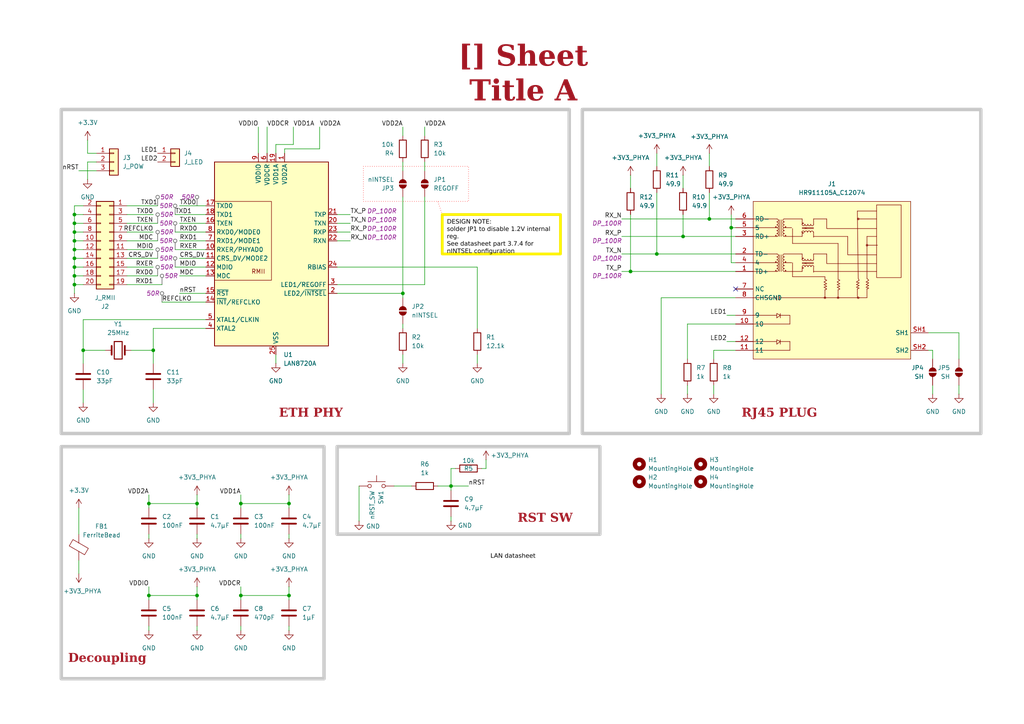
<source format=kicad_sch>
(kicad_sch (version 20231120) (generator "eeschema") (generator_version "8.0")
  (paper "A4")
  (title_block (title "Sheet Title A") (date "2025-01-12") (rev "${REVISION}") (company "${COMPANY}"))
  (lib_symbols
    (symbol "0_connector:HR911105A_C12074"
      (property "Reference" "J" (at 0 22.86 0))
      (property "Value" "HR911105A_C12074" (at 0 -25.4 0))
      (symbol "HR911105A_C12074_0_1"
        (pin unspecified line (at -27.94 2.54 0) (length 5.08) (name "TD+") (number "1"))
        (pin unspecified line (at -27.94 -12.7 0) (length 5.08) (name "10") (number "10"))
        (pin unspecified line (at -27.94 -20.32 0) (length 5.08) (name "11") (number "11"))
        (pin unspecified line (at -27.94 -17.78 0) (length 5.08) (name "12") (number "12"))
        (pin unspecified line (at -27.94 7.62 0) (length 5.08) (name "TD-") (number "2"))
        (pin unspecified line (at -27.94 12.7 0) (length 5.08) (name "RD+") (number "3"))
        (pin unspecified line (at -27.94 5.08 0) (length 5.08) (name "4") (number "4"))
        (pin unspecified line (at -27.94 15.24 0) (length 5.08) (name "5") (number "5"))
        (pin unspecified line (at -27.94 17.78 0) (length 5.08) (name "RD-") (number "6"))
        (pin unspecified line (at -27.94 -2.54 0) (length 5.08) (name "NC") (number "7"))
        (pin unspecified line (at -27.94 -5.08 0) (length 5.08) (name "CHSGND") (number "8"))
        (pin unspecified line (at -27.94 -10.16 0) (length 5.08) (name "9") (number "9"))
        (pin unspecified line (at 27.94 -15.24 180) (length 5.08) (name "SH1") (number "SH1"))
        (pin unspecified line (at 27.94 -20.32 180) (length 5.08) (name "SH2") (number "SH2"))
      )
    )
    (symbol "Connector_Generic:Conn_01x02" (pin_names (offset 1.016) hide)
      (property "Reference" "J" (at 0 2.54 0))
      (property "Value" "Conn_01x02" (at 0 -5.08 0))
      (symbol "Conn_01x02_1_1"
        (pin passive line (at -5.08 0 0) (length 3.81) (name "Pin_1") (number "1"))
        (pin passive line (at -5.08 -2.54 0) (length 3.81) (name "Pin_2") (number "2"))
      )
    )
    (symbol "Connector_Generic:Conn_01x03" (pin_names (offset 1.016) hide)
      (property "Reference" "J" (at 0 5.08 0))
      (property "Value" "Conn_01x03" (at 0 -5.08 0))
      (symbol "Conn_01x03_1_1"
        (pin passive line (at -5.08 2.54 0) (length 3.81) (name "Pin_1") (number "1"))
        (pin passive line (at -5.08 0 0) (length 3.81) (name "Pin_2") (number "2"))
        (pin passive line (at -5.08 -2.54 0) (length 3.81) (name "Pin_3") (number "3"))
      )
    )
    (symbol "Connector_Generic:Conn_02x10_Odd_Even" (pin_names (offset 1.016) hide)
      (property "Reference" "J" (at 1.27 12.7 0))
      (property "Value" "Conn_02x10_Odd_Even" (at 1.27 -15.24 0))
      (symbol "Conn_02x10_Odd_Even_1_1"
        (pin passive line (at -5.08 10.16 0) (length 3.81) (name "Pin_1") (number "1"))
        (pin passive line (at 7.62 0 180) (length 3.81) (name "Pin_10") (number "10"))
        (pin passive line (at -5.08 -2.54 0) (length 3.81) (name "Pin_11") (number "11"))
        (pin passive line (at 7.62 -2.54 180) (length 3.81) (name "Pin_12") (number "12"))
        (pin passive line (at -5.08 -5.08 0) (length 3.81) (name "Pin_13") (number "13"))
        (pin passive line (at 7.62 -5.08 180) (length 3.81) (name "Pin_14") (number "14"))
        (pin passive line (at -5.08 -7.62 0) (length 3.81) (name "Pin_15") (number "15"))
        (pin passive line (at 7.62 -7.62 180) (length 3.81) (name "Pin_16") (number "16"))
        (pin passive line (at -5.08 -10.16 0) (length 3.81) (name "Pin_17") (number "17"))
        (pin passive line (at 7.62 -10.16 180) (length 3.81) (name "Pin_18") (number "18"))
        (pin passive line (at -5.08 -12.7 0) (length 3.81) (name "Pin_19") (number "19"))
        (pin passive line (at 7.62 10.16 180) (length 3.81) (name "Pin_2") (number "2"))
        (pin passive line (at 7.62 -12.7 180) (length 3.81) (name "Pin_20") (number "20"))
        (pin passive line (at -5.08 7.62 0) (length 3.81) (name "Pin_3") (number "3"))
        (pin passive line (at 7.62 7.62 180) (length 3.81) (name "Pin_4") (number "4"))
        (pin passive line (at -5.08 5.08 0) (length 3.81) (name "Pin_5") (number "5"))
        (pin passive line (at 7.62 5.08 180) (length 3.81) (name "Pin_6") (number "6"))
        (pin passive line (at -5.08 2.54 0) (length 3.81) (name "Pin_7") (number "7"))
        (pin passive line (at 7.62 2.54 180) (length 3.81) (name "Pin_8") (number "8"))
        (pin passive line (at -5.08 0 0) (length 3.81) (name "Pin_9") (number "9"))
      )
    )
    (symbol "Device:C" (pin_numbers hide) (pin_names (offset 0.254))
      (property "Reference" "C" (at 0.635 2.54 0))
      (property "Value" "C" (at 0.635 -2.54 0))
      (symbol "C_1_1"
        (pin passive line (at 0 3.81 270) (length 2.794) (name "~") (number "1"))
        (pin passive line (at 0 -3.81 90) (length 2.794) (name "~") (number "2"))
      )
    )
    (symbol "Device:Crystal" (pin_numbers hide) (pin_names (offset 1.016) hide)
      (property "Reference" "Y" (at 0 3.81 0))
      (property "Value" "Crystal" (at 0 -3.81 0))
      (symbol "Crystal_1_1"
        (pin passive line (at -3.81 0 0) (length 1.27) (name "1") (number "1"))
        (pin passive line (at 3.81 0 180) (length 1.27) (name "2") (number "2"))
      )
    )
    (symbol "Device:FerriteBead" (pin_numbers hide) (pin_names (offset 0))
      (property "Reference" "FB" (at -3.81 0.635 90))
      (property "Value" "FerriteBead" (at 3.81 0 90))
      (symbol "FerriteBead_1_1"
        (pin passive line (at 0 3.81 270) (length 2.54) (name "~") (number "1"))
        (pin passive line (at 0 -3.81 90) (length 2.54) (name "~") (number "2"))
      )
    )
    (symbol "Device:R" (pin_numbers hide) (pin_names (offset 0))
      (property "Reference" "R" (at 2.032 0 90))
      (property "Value" "R" (at 0 0 90))
      (symbol "R_1_1"
        (pin passive line (at 0 3.81 270) (length 1.27) (name "~") (number "1"))
        (pin passive line (at 0 -3.81 90) (length 1.27) (name "~") (number "2"))
      )
    )
    (symbol "Interface_Ethernet:LAN8720A"
      (property "Reference" "U" (at -13.97 29.21 0))
      (property "Value" "LAN8720A" (at 15.24 29.21 0))
      (symbol "LAN8720A_0_0"
        (text "RMII" (at -5.08 -3.81 0) (effects (font (size 1.27 1.27))))
      )
      (symbol "LAN8720A_1_1"
        (pin power_in line (at 2.54 30.48 270) (length 2.54) (name "VDD2A") (number "1"))
        (pin output line (at -20.32 2.54 0) (length 2.54) (name "RXER/PHYAD0") (number "10"))
        (pin bidirectional line (at -20.32 0 0) (length 2.54) (name "CRS_DV/MODE2") (number "11"))
        (pin bidirectional line (at -20.32 -2.54 0) (length 2.54) (name "MDIO") (number "12"))
        (pin input line (at -20.32 -5.08 0) (length 2.54) (name "MDC") (number "13"))
        (pin output line (at -20.32 -12.7 0) (length 2.54) (name "~{INT}/REFCLKO") (number "14"))
        (pin input line (at -20.32 -10.16 0) (length 2.54) (name "~{RST}") (number "15"))
        (pin input line (at -20.32 10.16 0) (length 2.54) (name "TXEN") (number "16"))
        (pin input line (at -20.32 15.24 0) (length 2.54) (name "TXD0") (number "17"))
        (pin input line (at -20.32 12.7 0) (length 2.54) (name "TXD1") (number "18"))
        (pin power_in line (at 0 30.48 270) (length 2.54) (name "VDD1A") (number "19"))
        (pin bidirectional line (at 17.78 -10.16 180) (length 2.54) (name "LED2/~{INTSEL}") (number "2"))
        (pin bidirectional line (at 17.78 10.16 180) (length 2.54) (name "TXN") (number "20"))
        (pin bidirectional line (at 17.78 12.7 180) (length 2.54) (name "TXP") (number "21"))
        (pin bidirectional line (at 17.78 5.08 180) (length 2.54) (name "RXN") (number "22"))
        (pin bidirectional line (at 17.78 7.62 180) (length 2.54) (name "RXP") (number "23"))
        (pin passive line (at 17.78 -2.54 180) (length 2.54) (name "RBIAS") (number "24"))
        (pin power_in line (at 0 -27.94 90) (length 2.54) (name "VSS") (number "25"))
        (pin bidirectional line (at 17.78 -7.62 180) (length 2.54) (name "LED1/REGOFF") (number "3"))
        (pin output line (at -20.32 -20.32 0) (length 2.54) (name "XTAL2") (number "4"))
        (pin input line (at -20.32 -17.78 0) (length 2.54) (name "XTAL1/CLKIN") (number "5"))
        (pin power_in line (at -2.54 30.48 270) (length 2.54) (name "VDDCR") (number "6"))
        (pin bidirectional line (at -20.32 5.08 0) (length 2.54) (name "RXD1/MODE1") (number "7"))
        (pin bidirectional line (at -20.32 7.62 0) (length 2.54) (name "RXD0/MODE0") (number "8"))
        (pin power_in line (at -5.08 30.48 270) (length 2.54) (name "VDDIO") (number "9"))
      )
    )
    (symbol "Jumper:SolderJumper_2_Open" (pin_numbers hide) (pin_names (offset 0) hide) (exclude_from_sim yes) (in_bom no)
      (property "Reference" "JP" (at 0 2.032 0))
      (property "Value" "SolderJumper_2_Open" (at 0 -2.54 0))
      (symbol "SolderJumper_2_Open_1_1"
        (pin passive line (at -3.81 0 0) (length 2.54) (name "A") (number "1"))
        (pin passive line (at 3.81 0 180) (length 2.54) (name "B") (number "2"))
      )
    )
    (symbol "Mechanical:MountingHole" (pin_names (offset 1.016)) (exclude_from_sim yes) (in_bom no)
      (property "Reference" "H" (at 0 5.08 0))
      (property "Value" "MountingHole" (at 0 3.175 0))
    )
    (symbol "Switch:SW_Push" (pin_numbers hide) (pin_names (offset 1.016) hide)
      (property "Reference" "SW" (at 1.27 2.54 0))
      (property "Value" "SW_Push" (at 0 -1.524 0))
      (symbol "SW_Push_0_1"
        (pin passive line (at -5.08 0 0) (length 2.54) (name "1") (number "1"))
        (pin passive line (at 5.08 0 180) (length 2.54) (name "2") (number "2"))
      )
    )
    (symbol "power:+3.3V" (power) (pin_numbers hide) (pin_names (offset 0) hide)
      (property "Value" "+3.3V" (at 0 3.556 0))
      (symbol "+3.3V_1_1"
        (pin power_in line (at 0 0 90) (length 0) (name "~") (number "1"))
      )
    )
    (symbol "power:GND" (power) (pin_numbers hide) (pin_names (offset 0) hide)
      (property "Value" "GND" (at 0 -3.81 0))
      (symbol "GND_1_1"
        (pin power_in line (at 0 0 270) (length 0) (name "~") (number "1"))
      )
    )
  )
  (junction (at 69.85 172.72))
  (junction (at 190.5 73.66))
  (junction (at 116.84 85.09))
  (junction (at 43.18 146.05))
  (junction (at 212.09 66.04))
  (junction (at 44.45 101.6))
  (junction (at 21.59 67.31))
  (junction (at 24.13 101.6))
  (junction (at 182.88 78.74))
  (junction (at 205.74 63.5))
  (junction (at 21.59 62.23))
  (junction (at 130.81 140.97))
  (junction (at 21.59 64.77))
  (junction (at 69.85 146.05))
  (junction (at 21.59 74.93))
  (junction (at 21.59 69.85))
  (junction (at 21.59 80.01))
  (junction (at 21.59 72.39))
  (junction (at 83.82 172.72))
  (junction (at 43.18 172.72))
  (junction (at 198.12 68.58))
  (junction (at 57.15 146.05))
  (junction (at 57.15 172.72))
  (junction (at 83.82 146.05))
  (junction (at 21.59 82.55))
  (junction (at 21.59 77.47))
  (no_connect (at 213.36 83.82))
  (wire (pts (xy 21.59 62.23) (xy 21.59 64.77)))
  (wire (pts (xy 97.79 85.09) (xy 116.84 85.09)))
  (wire (pts (xy 77.47 36.83) (xy 77.47 44.45)))
  (wire (pts (xy 97.79 67.31) (xy 101.6 67.31)))
  (wire (pts (xy 27.94 44.45) (xy 25.4 44.45)))
  (wire (pts (xy 269.24 101.6) (xy 270.51 101.6)))
  (wire (pts (xy 69.85 146.05) (xy 83.82 146.05)))
  (wire (pts (xy 213.36 99.06) (xy 210.82 99.06)))
  (wire (pts (xy 43.18 170.18) (xy 43.18 172.72)))
  (wire (pts (xy 44.45 113.03) (xy 44.45 116.84)))
  (wire (pts (xy 52.07 74.93) (xy 59.69 74.93)))
  (wire (pts (xy 180.34 63.5) (xy 205.74 63.5)))
  (wire (pts (xy 191.77 86.36) (xy 191.77 114.3)))
  (wire (pts (xy 82.55 44.45) (xy 82.55 43.18)))
  (wire (pts (xy 21.59 74.93) (xy 21.59 77.47)))
  (wire (pts (xy 21.59 64.77) (xy 21.59 67.31)))
  (wire (pts (xy 69.85 154.94) (xy 69.85 156.21)))
  (wire (pts (xy 57.15 154.94) (xy 57.15 156.21)))
  (wire (pts (xy 270.51 111.76) (xy 270.51 114.3)))
  (wire (pts (xy 83.82 172.72) (xy 83.82 173.99)))
  (wire (pts (xy 180.34 78.74) (xy 182.88 78.74)))
  (wire (pts (xy 21.59 67.31) (xy 24.13 67.31)))
  (wire (pts (xy 21.59 80.01) (xy 24.13 80.01)))
  (wire (pts (xy 97.79 77.47) (xy 138.43 77.47)))
  (wire (pts (xy 50.8 67.31) (xy 59.69 67.31)))
  (wire (pts (xy 36.83 80.01) (xy 45.72 80.01)))
  (wire (pts (xy 207.01 111.76) (xy 207.01 114.3)))
  (wire (pts (xy 69.85 146.05) (xy 69.85 147.32)))
  (wire (pts (xy 213.36 86.36) (xy 191.77 86.36)))
  (wire (pts (xy 59.69 95.25) (xy 44.45 95.25)))
  (wire (pts (xy 198.12 68.58) (xy 213.36 68.58)))
  (wire (pts (xy 213.36 76.2) (xy 212.09 76.2)))
  (wire (pts (xy 45.72 64.77) (xy 36.83 64.77)))
  (wire (pts (xy 24.13 59.69) (xy 21.59 59.69)))
  (wire (pts (xy 116.84 85.09) (xy 116.84 86.36)))
  (wire (pts (xy 21.59 80.01) (xy 21.59 82.55)))
  (wire (pts (xy 198.12 62.23) (xy 198.12 68.58)))
  (wire (pts (xy 21.59 62.23) (xy 24.13 62.23)))
  (wire (pts (xy 45.72 74.93) (xy 36.83 74.93)))
  (wire (pts (xy 24.13 92.71) (xy 24.13 101.6)))
  (wire (pts (xy 24.13 113.03) (xy 24.13 116.84)))
  (wire (pts (xy 36.83 82.55) (xy 46.99 82.55)))
  (wire (pts (xy 25.4 40.64) (xy 25.4 44.45)))
  (wire (pts (xy 50.8 72.39) (xy 59.69 72.39)))
  (wire (pts (xy 278.13 111.76) (xy 278.13 114.3)))
  (wire (pts (xy 21.59 72.39) (xy 24.13 72.39)))
  (wire (pts (xy 69.85 170.18) (xy 69.85 172.72)))
  (wire (pts (xy 92.71 43.18) (xy 92.71 36.83)))
  (wire (pts (xy 85.09 36.83) (xy 85.09 41.91)))
  (wire (pts (xy 97.79 62.23) (xy 101.6 62.23)))
  (wire (pts (xy 138.43 77.47) (xy 138.43 95.25)))
  (wire (pts (xy 182.88 78.74) (xy 213.36 78.74)))
  (wire (pts (xy 25.4 52.07) (xy 25.4 46.99)))
  (wire (pts (xy 44.45 62.23) (xy 36.83 62.23)))
  (wire (pts (xy 46.99 87.63) (xy 59.69 87.63)))
  (wire (pts (xy 50.8 77.47) (xy 59.69 77.47)))
  (wire (pts (xy 190.5 44.45) (xy 190.5 48.26)))
  (wire (pts (xy 180.34 73.66) (xy 190.5 73.66)))
  (wire (pts (xy 69.85 172.72) (xy 83.82 172.72)))
  (wire (pts (xy 80.01 41.91) (xy 80.01 44.45)))
  (wire (pts (xy 212.09 62.23) (xy 212.09 66.04)))
  (wire (pts (xy 52.07 80.01) (xy 59.69 80.01)))
  (wire (pts (xy 82.55 43.18) (xy 92.71 43.18)))
  (wire (pts (xy 43.18 181.61) (xy 43.18 182.88)))
  (wire (pts (xy 83.82 146.05) (xy 83.82 147.32)))
  (wire (pts (xy 45.72 59.69) (xy 36.83 59.69)))
  (wire (pts (xy 140.97 135.89) (xy 140.97 133.35)))
  (wire (pts (xy 127 140.97) (xy 130.81 140.97)))
  (wire (pts (xy 36.83 67.31) (xy 44.45 67.31)))
  (wire (pts (xy 83.82 154.94) (xy 83.82 156.21)))
  (wire (pts (xy 69.85 143.51) (xy 69.85 146.05)))
  (wire (pts (xy 43.18 172.72) (xy 43.18 173.99)))
  (wire (pts (xy 116.84 93.98) (xy 116.84 95.25)))
  (wire (pts (xy 21.59 77.47) (xy 24.13 77.47)))
  (wire (pts (xy 57.15 146.05) (xy 57.15 147.32)))
  (wire (pts (xy 123.19 57.15) (xy 123.19 82.55)))
  (wire (pts (xy 57.15 170.18) (xy 57.15 172.72)))
  (wire (pts (xy 74.93 36.83) (xy 74.93 44.45)))
  (wire (pts (xy 30.48 101.6) (xy 24.13 101.6)))
  (wire (pts (xy 83.82 170.18) (xy 83.82 172.72)))
  (wire (pts (xy 38.1 101.6) (xy 44.45 101.6)))
  (wire (pts (xy 52.07 59.69) (xy 59.69 59.69)))
  (wire (pts (xy 123.19 36.83) (xy 123.19 39.37)))
  (wire (pts (xy 207.01 101.6) (xy 213.36 101.6)))
  (wire (pts (xy 182.88 62.23) (xy 182.88 78.74)))
  (wire (pts (xy 182.88 50.8) (xy 182.88 54.61)))
  (wire (pts (xy 116.84 36.83) (xy 116.84 39.37)))
  (wire (pts (xy 114.3 140.97) (xy 119.38 140.97)))
  (wire (pts (xy 52.07 69.85) (xy 59.69 69.85)))
  (wire (pts (xy 52.07 64.77) (xy 59.69 64.77)))
  (wire (pts (xy 22.86 49.53) (xy 27.94 49.53)))
  (wire (pts (xy 44.45 72.39) (xy 36.83 72.39)))
  (wire (pts (xy 22.86 162.56) (xy 22.86 166.37)))
  (wire (pts (xy 69.85 172.72) (xy 69.85 173.99)))
  (wire (pts (xy 21.59 74.93) (xy 24.13 74.93)))
  (wire (pts (xy 139.7 135.89) (xy 140.97 135.89)))
  (wire (pts (xy 21.59 64.77) (xy 24.13 64.77)))
  (wire (pts (xy 44.45 95.25) (xy 44.45 101.6)))
  (wire (pts (xy 104.14 151.13) (xy 104.14 140.97)))
  (wire (pts (xy 21.59 82.55) (xy 21.59 85.09)))
  (wire (pts (xy 205.74 55.88) (xy 205.74 63.5)))
  (wire (pts (xy 43.18 172.72) (xy 57.15 172.72)))
  (wire (pts (xy 130.81 135.89) (xy 132.08 135.89)))
  (wire (pts (xy 43.18 146.05) (xy 57.15 146.05)))
  (wire (pts (xy 22.86 147.32) (xy 22.86 154.94)))
  (wire (pts (xy 199.39 111.76) (xy 199.39 114.3)))
  (wire (pts (xy 270.51 101.6) (xy 270.51 104.14)))
  (wire (pts (xy 83.82 181.61) (xy 83.82 182.88)))
  (wire (pts (xy 43.18 154.94) (xy 43.18 156.21)))
  (wire (pts (xy 69.85 181.61) (xy 69.85 182.88)))
  (wire (pts (xy 52.07 85.09) (xy 59.69 85.09)))
  (wire (pts (xy 212.09 66.04) (xy 213.36 66.04)))
  (wire (pts (xy 97.79 82.55) (xy 123.19 82.55)))
  (wire (pts (xy 190.5 73.66) (xy 213.36 73.66)))
  (polyline (pts (xy 128.27 62.23) (xy 127 58.42)) (stroke (width 0) (type dot) (color 255 0 0 1)))
  (wire (pts (xy 199.39 93.98) (xy 213.36 93.98)))
  (wire (pts (xy 44.45 101.6) (xy 44.45 105.41)))
  (wire (pts (xy 57.15 172.72) (xy 57.15 173.99)))
  (wire (pts (xy 21.59 59.69) (xy 21.59 62.23)))
  (wire (pts (xy 21.59 77.47) (xy 21.59 80.01)))
  (wire (pts (xy 57.15 181.61) (xy 57.15 182.88)))
  (wire (pts (xy 130.81 135.89) (xy 130.81 140.97)))
  (wire (pts (xy 83.82 143.51) (xy 83.82 146.05)))
  (wire (pts (xy 21.59 82.55) (xy 24.13 82.55)))
  (wire (pts (xy 116.84 57.15) (xy 116.84 85.09)))
  (wire (pts (xy 116.84 102.87) (xy 116.84 105.41)))
  (wire (pts (xy 43.18 146.05) (xy 43.18 147.32)))
  (wire (pts (xy 205.74 63.5) (xy 213.36 63.5)))
  (wire (pts (xy 43.18 143.51) (xy 43.18 146.05)))
  (wire (pts (xy 199.39 93.98) (xy 199.39 104.14)))
  (wire (pts (xy 25.4 46.99) (xy 27.94 46.99)))
  (wire (pts (xy 198.12 50.8) (xy 198.12 54.61)))
  (wire (pts (xy 205.74 44.45) (xy 205.74 48.26)))
  (wire (pts (xy 44.45 77.47) (xy 36.83 77.47)))
  (wire (pts (xy 269.24 96.52) (xy 278.13 96.52)))
  (wire (pts (xy 130.81 149.86) (xy 130.81 151.13)))
  (wire (pts (xy 21.59 69.85) (xy 21.59 72.39)))
  (wire (pts (xy 21.59 67.31) (xy 21.59 69.85)))
  (wire (pts (xy 278.13 96.52) (xy 278.13 104.14)))
  (wire (pts (xy 212.09 76.2) (xy 212.09 66.04)))
  (wire (pts (xy 57.15 143.51) (xy 57.15 146.05)))
  (wire (pts (xy 21.59 72.39) (xy 21.59 74.93)))
  (wire (pts (xy 116.84 49.53) (xy 116.84 46.99)))
  (wire (pts (xy 50.8 62.23) (xy 59.69 62.23)))
  (wire (pts (xy 130.81 140.97) (xy 130.81 142.24)))
  (wire (pts (xy 21.59 69.85) (xy 24.13 69.85)))
  (wire (pts (xy 123.19 46.99) (xy 123.19 49.53)))
  (wire (pts (xy 59.69 92.71) (xy 24.13 92.71)))
  (wire (pts (xy 80.01 102.87) (xy 80.01 105.41)))
  (wire (pts (xy 138.43 102.87) (xy 138.43 105.41)))
  (wire (pts (xy 207.01 104.14) (xy 207.01 101.6)))
  (wire (pts (xy 180.34 68.58) (xy 198.12 68.58)))
  (wire (pts (xy 97.79 69.85) (xy 101.6 69.85)))
  (wire (pts (xy 97.79 64.77) (xy 101.6 64.77)))
  (wire (pts (xy 85.09 41.91) (xy 80.01 41.91)))
  (wire (pts (xy 45.72 69.85) (xy 36.83 69.85)))
  (wire (pts (xy 130.81 140.97) (xy 135.89 140.97)))
  (wire (pts (xy 24.13 101.6) (xy 24.13 105.41)))
  (wire (pts (xy 190.5 55.88) (xy 190.5 73.66)))
  (wire (pts (xy 213.36 91.44) (xy 210.82 91.44)))
  (rectangle (start 17.78 129.54) (end 93.98 196.85) (stroke (width 1) (color 200 200 200 1)))
  (rectangle (start 97.79 129.54) (end 173.99 154.94) (stroke (width 1) (color 200 200 200 1)))
  (rectangle (start 105.41 48.26) (end 135.89 58.42) (stroke (width 0) (type dot) (color 255 0 0 1)))
  (rectangle (start 17.78 31.75) (end 165.1 125.73) (stroke (width 1) (color 200 200 200 1)))
  (rectangle (start 168.91 31.75) (end 284.48 125.73) (stroke (width 1) (color 200 200 200 1)))
  (text_box "[${#}] ${TITLE}" (at 115.57 15.24 0) (size 72.39 12.7) (stroke (width -0.0001)) (effects (font (size 6 6) (thickness 1.2) (bold yes))))
  (text_box "Decoupling" (at 20.32 186.69 0) (size 21.59 7.62) (stroke (width -0.0001)) (effects (font (size 2.54 2.54) (thickness 0.508) (bold yes)) (justify bottom)))
  (text_box "ETH PHY" (at 19.05 115.57 0) (size 142.24 7.62) (stroke (width -0.0001)) (effects (font (size 2.54 2.54) (thickness 0.508) (bold yes)) (justify bottom)))
  (text_box "RJ45 PLUG" (at 170.18 115.57 0) (size 111.76 7.62) (stroke (width -0.0001)) (effects (font (size 2.54 2.54) (thickness 0.508) (bold yes)) (justify bottom)))
  (text_box "RST SW" (at 147.32 146.05 0) (size 21.59 7.62) (stroke (width -0.0001)) (effects (font (size 2.54 2.54) (thickness 0.508) (bold yes)) (justify bottom)))
  (text_box "DESIGN NOTE:\nsolder JP1 to disable 1.2V internal reg.\nSee datasheet part 3.7.4 for nINTSEL configuration" (at 128.27 62.23 0) (size 34.29 11.43) (stroke (width 0.8) (color 250 236 0 1)) (effects (font (size 1.27 1.27)) (justify left top)))
  (text "LAN datasheet" (at 142.24 162.56 0) (effects (font (size 1.27 1.27)) (justify left bottom)))
  (label "RX_N" (at 180.34 63.5 180) (property "Netclass" "DP_100R" (at 180.34 64.77 0) (effects (font (italic yes)) (justify right))))
  (label "nRST" (at 135.89 140.97 0))
  (label "TXEN" (at 52.07 64.77 0))
  (label "RXD0" (at 44.45 80.01 180))
  (label "MDC" (at 52.07 80.01 0))
  (label "TXD1" (at 50.8 62.23 0))
  (label "RX_P" (at 101.6 67.31 0) (property "Netclass" "DP_100R" (at 106.426 66.294 0) (effects (font (italic yes)) (justify left))))
  (label "RXD1" (at 44.45 82.55 180))
  (label "TXD1" (at 45.72 59.69 180))
  (label "REFCLKO" (at 46.99 87.63 0))
  (label "TX_N" (at 180.34 73.66 180) (property "Netclass" "DP_100R" (at 180.34 74.93 0) (effects (font (italic yes)) (justify right))))
  (label "RX_P" (at 180.34 68.58 180) (property "Netclass" "DP_100R" (at 180.34 69.85 0) (effects (font (italic yes)) (justify right))))
  (label "RXER" (at 52.07 72.39 0))
  (label "TX_P" (at 101.6 62.23 0) (property "Netclass" "DP_100R" (at 106.426 61.214 0) (effects (font (italic yes)) (justify left))))
  (label "TXEN" (at 44.45 64.77 180))
  (label "VDD2A" (at 116.84 36.83 180))
  (label "RXD0" (at 52.07 67.31 0))
  (label "VDD1A" (at 69.85 143.51 180))
  (label "VDDIO" (at 74.93 36.83 180))
  (label "RXD1" (at 52.07 69.85 0))
  (label "VDDCR" (at 69.85 170.18 180))
  (label "nRST" (at 22.86 49.53 180))
  (label "TXD0" (at 52.07 59.69 0))
  (label "LED1" (at 210.82 91.44 180))
  (label "VDD2A" (at 123.19 36.83 0))
  (label "MDC" (at 44.45 69.85 180))
  (label "RXER" (at 44.45 77.47 180))
  (label "MDIO" (at 44.45 72.39 180))
  (label "VDDIO" (at 43.18 170.18 180))
  (label "LED2" (at 45.72 46.99 180))
  (label "CRS_DV" (at 52.07 74.93 0))
  (label "VDD2A" (at 92.71 36.83 0))
  (label "MDIO" (at 52.07 77.47 0))
  (label "LED1" (at 45.72 44.45 180))
  (label "VDDCR" (at 77.47 36.83 0))
  (label "TX_N" (at 101.6 64.77 0) (property "Netclass" "DP_100R" (at 106.426 63.754 0) (effects (font (italic yes)) (justify left))))
  (label "REFCLKO" (at 44.45 67.31 180))
  (label "RX_N" (at 101.6 69.85 0) (property "Netclass" "DP_100R" (at 106.426 68.834 0) (effects (font (italic yes)) (justify left))))
  (label "TXD0" (at 44.45 62.23 180))
  (label "CRS_DV" (at 44.45 74.93 180))
  (label "TX_P" (at 180.34 78.74 180) (property "Netclass" "DP_100R" (at 180.34 80.01 0) (effects (font (italic yes)) (justify right))))
  (label "LED2" (at 210.82 99.06 180))
  (label "VDD2A" (at 43.18 143.51 180))
  (label "VDD1A" (at 85.09 36.83 0))
  (label "nRST" (at 52.07 85.09 0))
  (netclass_flag "" (length 2.54) (shape round) (at 45.72 69.85 0) (property "Netclass" "50R" (at 46.4185 67.31 0) (effects (font (italic yes)) (justify left))))
  (netclass_flag "" (length 2.54) (shape round) (at 50.8 62.23 0) (property "Netclass" "50R" (at 50.1015 59.69 0) (effects (font (italic yes)) (justify right))))
  (netclass_flag "" (length 2.54) (shape round) (at 45.72 64.77 0) (property "Netclass" "50R" (at 46.4185 62.23 0) (effects (font (italic yes)) (justify left))))
  (netclass_flag "" (length 2.54) (shape round) (at 45.72 80.01 0) (property "Netclass" "50R" (at 46.4185 77.47 0) (effects (font (italic yes)) (justify left))))
  (netclass_flag "" (length 2.54) (shape round) (at 45.72 74.93 0) (property "Netclass" "50R" (at 46.4185 72.39 0) (effects (font (italic yes)) (justify left))))
  (netclass_flag "" (length 2.54) (shape round) (at 50.8 72.39 0) (property "Netclass" "50R" (at 50.1015 69.85 0) (effects (font (italic yes)) (justify right))))
  (netclass_flag "" (length 2.54) (shape round) (at 46.99 87.63 0) (property "Netclass" "50R" (at 46.2915 85.09 0) (effects (font (italic yes)) (justify right))))
  (netclass_flag "" (length 2.54) (shape round) (at 57.15 59.69 0) (property "Netclass" "50R" (at 56.4515 57.15 0) (effects (font (italic yes)) (justify right))))
  (netclass_flag "" (length 2.54) (shape round) (at 50.8 77.47 0) (property "Netclass" "50R" (at 50.1015 74.93 0) (effects (font (italic yes)) (justify right))))
  (netclass_flag "" (length 2.54) (shape round) (at 45.72 59.69 0) (property "Netclass" "50R" (at 46.4185 57.15 0) (effects (font (italic yes)) (justify left))))
  (netclass_flag "" (length 2.54) (shape round) (at 46.99 82.55 0) (property "Netclass" "50R" (at 47.6885 80.01 0) (effects (font (italic yes)) (justify left))))
  (netclass_flag "" (length 2.54) (shape round) (at 50.8 67.31 0) (property "Netclass" "50R" (at 50.1015 64.77 0) (effects (font (italic yes)) (justify right))))
  (symbol (lib_id "power:+3.3V") (at 83.82 170.18 0) (unit 1)
    (property "Reference" "#PWR011" (effects (hide yes)))
    (property "Value" "+3V3_PHYA" (at 83.82 165.1 0))
    (property "Description" "Power symbol creates a global label with name \"+3.3V\"" (effects (hide yes)))
  )
  (symbol (lib_id "Mechanical:MountingHole") (at 203.2 134.62 0) (unit 1) (exclude_from_sim yes) (in_bom no)
    (property "Reference" "H3" (at 205.74 133.3499 0) (effects (justify left)))
    (property "Value" "MountingHole" (at 205.74 135.8899 0) (effects (justify left)))
    (property "Footprint" "MountingHole:MountingHole_3.2mm_M3_DIN965" (effects (hide yes)))
    (property "Description" "Mounting Hole without connection" (effects (hide yes)))
  )
  (symbol (lib_id "Jumper:SolderJumper_2_Open") (at 123.19 53.34 90) (unit 1) (exclude_from_sim yes) (in_bom no)
    (property "Reference" "JP1" (at 125.73 52.0699 90) (effects (justify right)))
    (property "Value" "REGOFF" (at 125.73 54.6099 90) (effects (justify right)))
    (property "Footprint" "Jumper:SolderJumper-2_P1.3mm_Open_RoundedPad1.0x1.5mm" (effects (hide yes)))
    (property "Description" "Solder Jumper, 2-pole, open" (effects (hide yes)))
  )
  (symbol (lib_id "Device:FerriteBead") (at 22.86 158.75 0) (unit 1)
    (property "Reference" "FB1" (at 29.464 152.654 0))
    (property "Value" "FerriteBead" (at 29.464 155.194 0))
    (property "Footprint" "0_oscillators:L0603" (effects (hide yes)))
    (property "Datasheet" "https://www.lcsc.com/datasheet/C14709.pdf" (effects (hide yes)))
    (property "Description" "Ferrite bead" (effects (hide yes)))
    (property "Manufacturer Part Number" "BLM18PG121SN1D" (effects (hide yes)))
    (property "LCSC" "C14709" (effects (hide yes)))
  )
  (symbol (lib_id "power:GND") (at 69.85 156.21 0) (unit 1)
    (property "Reference" "#PWR01" (effects (hide yes)))
    (property "Value" "GND" (at 69.85 161.29 0))
    (property "Description" "Power symbol creates a global label with name \"GND\" , ground" (effects (hide yes)))
  )
  (symbol (lib_id "power:GND") (at 138.43 105.41 0) (unit 1)
    (property "Reference" "#PWR014" (effects (hide yes)))
    (property "Value" "GND" (at 138.43 110.49 0))
    (property "Description" "Power symbol creates a global label with name \"GND\" , ground" (effects (hide yes)))
  )
  (symbol (lib_id "Mechanical:MountingHole") (at 185.42 134.62 0) (unit 1) (exclude_from_sim yes) (in_bom no)
    (property "Reference" "H1" (at 187.96 133.3499 0) (effects (justify left)))
    (property "Value" "MountingHole" (at 187.96 135.8899 0) (effects (justify left)))
    (property "Footprint" "MountingHole:MountingHole_3.2mm_M3_DIN965" (effects (hide yes)))
    (property "Description" "Mounting Hole without connection" (effects (hide yes)))
  )
  (symbol (lib_id "Device:R") (at 190.5 52.07 0) (unit 1)
    (property "Reference" "R11" (at 193.04 50.7999 0) (effects (justify left)))
    (property "Value" "49.9" (at 193.04 53.3399 0) (effects (justify left)))
    (property "Footprint" "Resistor_SMD:R_0603_1608Metric_Pad0.98x0.95mm_HandSolder" (effects (hide yes)))
    (property "Datasheet" "https://www.lcsc.com/datasheet/C114625.pdf" (effects (hide yes)))
    (property "Description" "Resistor" (effects (hide yes)))
    (property "Manufacturer Part Number" "RC0603FR-0749R9L" (effects (hide yes)))
    (property "LCSC" "C114625" (effects (hide yes)))
  )
  (symbol (lib_id "power:GND") (at 130.81 151.13 0) (unit 1)
    (property "Reference" "#PWR016" (effects (hide yes)))
    (property "Value" "GND" (at 134.874 152.4 0))
    (property "Description" "Power symbol creates a global label with name \"GND\" , ground" (effects (hide yes)))
  )
  (symbol (lib_id "Device:C") (at 57.15 177.8 0) (unit 1)
    (property "Reference" "C6" (at 60.96 176.5299 0) (effects (justify left)))
    (property "Value" "4.7µF" (at 60.96 179.0699 0) (effects (justify left)))
    (property "Footprint" "Capacitor_SMD:C_0603_1608Metric_Pad1.08x0.95mm_HandSolder" (effects (hide yes)))
    (property "Datasheet" "https://www.lcsc.com/datasheet/C69335.pdf" (effects (hide yes)))
    (property "Description" "Unpolarized capacitor" (effects (hide yes)))
    (property "Manufacturer Part Number" "CL10A475KA8NQNC" (effects (hide yes)))
    (property "LCSC" "C69335" (effects (hide yes)))
  )
  (symbol (lib_id "Device:R") (at 116.84 43.18 180) (unit 1)
    (property "Reference" "R4" (at 114.3 44.4501 0) (effects (justify left)))
    (property "Value" "10k" (at 114.3 41.9101 0) (effects (justify left)))
    (property "Footprint" "Resistor_SMD:R_0603_1608Metric_Pad0.98x0.95mm_HandSolder" (effects (hide yes)))
    (property "Datasheet" "https://www.lcsc.com/datasheet/C98220.pdf" (effects (hide yes)))
    (property "Description" "Resistor" (effects (hide yes)))
    (property "Manufacturer Part Number" "RC0603FR-0710KL" (effects (hide yes)))
    (property "LCSC" "C98220" (effects (hide yes)))
  )
  (symbol (lib_id "power:GND") (at 24.13 116.84 0) (unit 1)
    (property "Reference" "#PWR019" (effects (hide yes)))
    (property "Value" "GND" (at 24.13 121.92 0))
    (property "Description" "Power symbol creates a global label with name \"GND\" , ground" (effects (hide yes)))
  )
  (symbol (lib_id "power:GND") (at 43.18 182.88 0) (unit 1)
    (property "Reference" "#PWR07" (effects (hide yes)))
    (property "Value" "GND" (at 43.18 187.96 0))
    (property "Description" "Power symbol creates a global label with name \"GND\" , ground" (effects (hide yes)))
  )
  (symbol (lib_id "power:GND") (at 57.15 182.88 0) (unit 1)
    (property "Reference" "#PWR09" (effects (hide yes)))
    (property "Value" "GND" (at 57.15 187.96 0))
    (property "Description" "Power symbol creates a global label with name \"GND\" , ground" (effects (hide yes)))
  )
  (symbol (lib_id "Mechanical:MountingHole") (at 185.42 139.7 0) (unit 1) (exclude_from_sim yes) (in_bom no)
    (property "Reference" "H2" (at 187.96 138.4299 0) (effects (justify left)))
    (property "Value" "MountingHole" (at 187.96 140.9699 0) (effects (justify left)))
    (property "Footprint" "MountingHole:MountingHole_3.2mm_M3_DIN965" (effects (hide yes)))
    (property "Description" "Mounting Hole without connection" (effects (hide yes)))
  )
  (symbol (lib_id "Device:R") (at 135.89 135.89 90) (unit 1)
    (property "Reference" "R5" (at 135.89 135.89 90))
    (property "Value" "10k" (at 135.89 133.604 90))
    (property "Footprint" "Resistor_SMD:R_0603_1608Metric_Pad0.98x0.95mm_HandSolder" (effects (hide yes)))
    (property "Datasheet" "https://www.lcsc.com/datasheet/C98220.pdf" (effects (hide yes)))
    (property "Description" "Resistor" (effects (hide yes)))
    (property "Manufacturer Part Number" "RC0603FR-0710KL" (effects (hide yes)))
    (property "LCSC" "C98220" (effects (hide yes)))
  )
  (symbol (lib_id "Device:C") (at 83.82 151.13 0) (unit 1)
    (property "Reference" "C4" (at 87.63 149.8599 0) (effects (justify left)))
    (property "Value" "4.7µF" (at 87.63 152.3999 0) (effects (justify left)))
    (property "Footprint" "Capacitor_SMD:C_0603_1608Metric_Pad1.08x0.95mm_HandSolder" (effects (hide yes)))
    (property "Datasheet" "https://www.lcsc.com/datasheet/C69335.pdf" (effects (hide yes)))
    (property "Description" "Unpolarized capacitor" (effects (hide yes)))
    (property "Manufacturer Part Number" "CL10A475KA8NQNC" (effects (hide yes)))
    (property "LCSC" "C69335" (effects (hide yes)))
  )
  (symbol (lib_id "Device:R") (at 123.19 140.97 90) (unit 1)
    (property "Reference" "R6" (at 123.19 134.62 90))
    (property "Value" "1k" (at 123.19 137.16 90))
    (property "Footprint" "Resistor_SMD:R_0603_1608Metric_Pad0.98x0.95mm_HandSolder" (effects (hide yes)))
    (property "Datasheet" "https://www.lcsc.com/datasheet/C22548.pdf" (effects (hide yes)))
    (property "Description" "Resistor" (effects (hide yes)))
    (property "Manufacturer Part Number" "RC0603FR-071KL" (effects (hide yes)))
    (property "LCSC" "C22548" (effects (hide yes)))
  )
  (symbol (lib_id "power:GND") (at 25.4 52.07 0) (unit 1)
    (property "Reference" "#PWR034" (effects (hide yes)))
    (property "Value" "GND" (at 25.4 57.15 0))
    (property "Description" "Power symbol creates a global label with name \"GND\" , ground" (effects (hide yes)))
  )
  (symbol (lib_id "power:+3.3V") (at 22.86 166.37 180) (unit 1)
    (property "Reference" "#PWR024" (effects (hide yes)))
    (property "Value" "+3V3_PHYA" (at 23.876 171.45 0))
    (property "Description" "Power symbol creates a global label with name \"+3.3V\"" (effects (hide yes)))
  )
  (symbol (lib_id "Device:R") (at 138.43 99.06 0) (unit 1)
    (property "Reference" "R1" (at 140.97 97.7899 0) (effects (justify left)))
    (property "Value" "12.1k" (at 140.97 100.3299 0) (effects (justify left)))
    (property "Footprint" "Resistor_SMD:R_0603_1608Metric_Pad0.98x0.95mm_HandSolder" (effects (hide yes)))
    (property "Datasheet" "https://www.lcsc.com/datasheet/C22864.pdf" (effects (hide yes)))
    (property "Description" "Resistor" (effects (hide yes)))
    (property "Manufacturer Part Number" "0603WAF1212T5E" (effects (hide yes)))
    (property "LCSC" "C22864" (effects (hide yes)))
  )
  (symbol (lib_id "Interface_Ethernet:LAN8720A") (at 80.01 74.93 0) (unit 1)
    (property "Reference" "U1" (at 82.2041 102.87 0) (effects (justify left)))
    (property "Value" "LAN8720A" (at 82.2041 105.41 0) (effects (justify left)))
    (property "Footprint" "Package_DFN_QFN:VQFN-24-1EP_4x4mm_P0.5mm_EP2.5x2.5mm_ThermalVias" (effects (hide yes)))
    (property "Datasheet" "http://ww1.microchip.com/downloads/en/DeviceDoc/8720a.pdf" (effects (hide yes)))
    (property "Description" "LAN8720 Ethernet PHY with RMII interface, QFN-24" (effects (hide yes)))
    (property "Manufacturer Part Number" "LAN8742A-CZ-TR" (effects (hide yes)))
    (property "LCSC" "C510876" (effects (hide yes)))
  )
  (symbol (lib_id "Jumper:SolderJumper_2_Open") (at 116.84 90.17 90) (unit 1) (exclude_from_sim yes) (in_bom no)
    (property "Reference" "JP2" (at 119.38 88.8999 90) (effects (justify right)))
    (property "Value" "nINTSEL" (at 119.38 91.4399 90) (effects (justify right)))
    (property "Footprint" "Jumper:SolderJumper-2_P1.3mm_Bridged_RoundedPad1.0x1.5mm" (effects (hide yes)))
    (property "Description" "Solder Jumper, 2-pole, open" (effects (hide yes)))
  )
  (symbol (lib_id "power:+3.3V") (at 205.74 44.45 0) (unit 1)
    (property "Reference" "#PWR026" (effects (hide yes)))
    (property "Value" "+3V3_PHYA" (at 205.74 39.624 0))
    (property "Description" "Power symbol creates a global label with name \"+3.3V\"" (effects (hide yes)))
  )
  (symbol (lib_id "power:GND") (at 207.01 114.3 0) (unit 1)
    (property "Reference" "#PWR022" (effects (hide yes)))
    (property "Value" "GND" (at 207.01 119.38 0))
    (property "Description" "Power symbol creates a global label with name \"GND\" , ground" (effects (hide yes)))
  )
  (symbol (lib_id "power:GND") (at 116.84 105.41 0) (unit 1)
    (property "Reference" "#PWR015" (effects (hide yes)))
    (property "Value" "GND" (at 116.84 110.49 0))
    (property "Description" "Power symbol creates a global label with name \"GND\" , ground" (effects (hide yes)))
  )
  (symbol (lib_id "power:GND") (at 104.14 151.13 0) (unit 1)
    (property "Reference" "#PWR017" (effects (hide yes)))
    (property "Value" "GND" (at 108.204 152.654 0))
    (property "Description" "Power symbol creates a global label with name \"GND\" , ground" (effects (hide yes)))
  )
  (symbol (lib_id "Connector_Generic:Conn_01x03") (at 33.02 46.99 0) (unit 1)
    (property "Reference" "J3" (at 35.56 45.7199 0) (effects (justify left)))
    (property "Value" "J_POW" (at 35.56 48.2599 0) (effects (justify left)))
    (property "Footprint" "Connector_PinHeader_2.54mm:PinHeader_1x03_P2.54mm_Vertical" (effects (hide yes)))
    (property "Description" "Generic connector, single row, 01x03, script generated (kicad-library-utils/schlib/autogen/connector/)" (effects (hide yes)))
  )
  (symbol (lib_id "Device:C") (at 69.85 177.8 0) (unit 1)
    (property "Reference" "C8" (at 73.66 176.5299 0) (effects (justify left)))
    (property "Value" "470pF" (at 73.66 179.0699 0) (effects (justify left)))
    (property "Footprint" "Capacitor_SMD:C_0603_1608Metric_Pad1.08x0.95mm_HandSolder" (effects (hide yes)))
    (property "Datasheet" "https://www.lcsc.com/datasheet/C36252.pdf" (effects (hide yes)))
    (property "Description" "Unpolarized capacitor" (effects (hide yes)))
    (property "Manufacturer Part Number" "0603CG471J500NT" (effects (hide yes)))
    (property "LCSC" "C36252" (effects (hide yes)))
  )
  (symbol (lib_id "Device:R") (at 205.74 52.07 0) (unit 1)
    (property "Reference" "R9" (at 208.28 50.7999 0) (effects (justify left)))
    (property "Value" "49.9" (at 208.28 53.3399 0) (effects (justify left)))
    (property "Footprint" "Resistor_SMD:R_0603_1608Metric_Pad0.98x0.95mm_HandSolder" (effects (hide yes)))
    (property "Datasheet" "https://www.lcsc.com/datasheet/C114625.pdf" (effects (hide yes)))
    (property "Description" "Resistor" (effects (hide yes)))
    (property "Manufacturer Part Number" "RC0603FR-0749R9L" (effects (hide yes)))
    (property "LCSC" "C114625" (effects (hide yes)))
  )
  (symbol (lib_id "Device:C") (at 69.85 151.13 0) (unit 1)
    (property "Reference" "C3" (at 73.66 149.8599 0) (effects (justify left)))
    (property "Value" "100nF" (at 73.66 152.3999 0) (effects (justify left)))
    (property "Footprint" "Capacitor_SMD:C_0603_1608Metric_Pad1.08x0.95mm_HandSolder" (effects (hide yes)))
    (property "Datasheet" "https://www.lcsc.com/datasheet/C14663.pdf" (effects (hide yes)))
    (property "Description" "Unpolarized capacitor" (effects (hide yes)))
    (property "Manufacturer Part Number" "CC0603KRX7R9BB104" (effects (hide yes)))
    (property "LCSC" "C14663" (effects (hide yes)))
  )
  (symbol (lib_id "power:+3.3V") (at 140.97 133.35 0) (unit 1)
    (property "Reference" "#PWR018" (effects (hide yes)))
    (property "Value" "+3V3_PHYA" (at 147.828 132.08 0))
    (property "Description" "Power symbol creates a global label with name \"+3.3V\"" (effects (hide yes)))
  )
  (symbol (lib_id "Device:C") (at 57.15 151.13 0) (unit 1)
    (property "Reference" "C1" (at 60.96 149.8599 0) (effects (justify left)))
    (property "Value" "4.7µF" (at 60.96 152.3999 0) (effects (justify left)))
    (property "Footprint" "Capacitor_SMD:C_0603_1608Metric_Pad1.08x0.95mm_HandSolder" (effects (hide yes)))
    (property "Datasheet" "https://www.lcsc.com/datasheet/C69335.pdf" (effects (hide yes)))
    (property "Description" "Unpolarized capacitor" (effects (hide yes)))
    (property "Manufacturer Part Number" "CL10A475KA8NQNC" (effects (hide yes)))
    (property "LCSC" "C69335" (effects (hide yes)))
  )
  (symbol (lib_id "0_connector:HR911105A_C12074") (at 241.3 81.28 0) (unit 1)
    (property "Reference" "J1" (at 241.3 53.34 0))
    (property "Value" "HR911105A_C12074" (at 241.3 55.88 0))
    (property "Footprint" "0_connector:RJ45-TH_HR911105A" (effects (hide yes)))
    (property "Datasheet" "https://www.lcsc.com/datasheet/C12074.pdf" (effects (hide yes)))
    (property "LCSC" "C12074" (effects (hide yes)))
  )
  (symbol (lib_id "power:+3.3V") (at 182.88 50.8 0) (unit 1)
    (property "Reference" "#PWR029" (effects (hide yes)))
    (property "Value" "+3V3_PHYA" (at 182.88 45.72 0))
    (property "Description" "Power symbol creates a global label with name \"+3.3V\"" (effects (hide yes)))
  )
  (symbol (lib_id "Device:C") (at 43.18 151.13 0) (unit 1)
    (property "Reference" "C2" (at 46.99 149.8599 0) (effects (justify left)))
    (property "Value" "100nF" (at 46.99 152.3999 0) (effects (justify left)))
    (property "Footprint" "Capacitor_SMD:C_0603_1608Metric_Pad1.08x0.95mm_HandSolder" (effects (hide yes)))
    (property "Datasheet" "https://www.lcsc.com/datasheet/C14663.pdf" (effects (hide yes)))
    (property "Description" "Unpolarized capacitor" (effects (hide yes)))
    (property "Manufacturer Part Number" "CC0603KRX7R9BB104" (effects (hide yes)))
    (property "LCSC" "C14663" (effects (hide yes)))
  )
  (symbol (lib_id "power:GND") (at 83.82 182.88 0) (unit 1)
    (property "Reference" "#PWR012" (effects (hide yes)))
    (property "Value" "GND" (at 83.82 187.96 0))
    (property "Description" "Power symbol creates a global label with name \"GND\" , ground" (effects (hide yes)))
  )
  (symbol (lib_id "Device:R") (at 123.19 43.18 0) (unit 1)
    (property "Reference" "R3" (at 125.73 41.9099 0) (effects (justify left)))
    (property "Value" "10k" (at 125.73 44.4499 0) (effects (justify left)))
    (property "Footprint" "Resistor_SMD:R_0603_1608Metric_Pad0.98x0.95mm_HandSolder" (effects (hide yes)))
    (property "Datasheet" "https://www.lcsc.com/datasheet/C98220.pdf" (effects (hide yes)))
    (property "Description" "Resistor" (effects (hide yes)))
    (property "Manufacturer Part Number" "RC0603FR-0710KL" (effects (hide yes)))
    (property "LCSC" "C98220" (effects (hide yes)))
  )
  (symbol (lib_id "power:GND") (at 69.85 182.88 0) (unit 1)
    (property "Reference" "#PWR010" (effects (hide yes)))
    (property "Value" "GND" (at 69.85 187.96 0))
    (property "Description" "Power symbol creates a global label with name \"GND\" , ground" (effects (hide yes)))
  )
  (symbol (lib_id "Device:C") (at 43.18 177.8 0) (unit 1)
    (property "Reference" "C5" (at 46.99 176.5299 0) (effects (justify left)))
    (property "Value" "100nF" (at 46.99 179.0699 0) (effects (justify left)))
    (property "Footprint" "Capacitor_SMD:C_0603_1608Metric_Pad1.08x0.95mm_HandSolder" (effects (hide yes)))
    (property "Datasheet" "https://www.lcsc.com/datasheet/C14663.pdf" (effects (hide yes)))
    (property "Description" "Unpolarized capacitor" (effects (hide yes)))
    (property "Manufacturer Part Number" "CC0603KRX7R9BB104" (effects (hide yes)))
    (property "LCSC" "C14663" (effects (hide yes)))
  )
  (symbol (lib_id "Device:R") (at 207.01 107.95 180) (unit 1)
    (property "Reference" "R8" (at 209.55 106.6799 0) (effects (justify right)))
    (property "Value" "1k" (at 209.55 109.2199 0) (effects (justify right)))
    (property "Footprint" "Resistor_SMD:R_0603_1608Metric_Pad0.98x0.95mm_HandSolder" (effects (hide yes)))
    (property "Datasheet" "https://www.lcsc.com/datasheet/C22548.pdf" (effects (hide yes)))
    (property "Description" "Resistor" (effects (hide yes)))
    (property "Manufacturer Part Number" "RC0603FR-071KL" (effects (hide yes)))
    (property "LCSC" "C22548" (effects (hide yes)))
  )
  (symbol (lib_id "Device:Crystal") (at 34.29 101.6 0) (unit 1)
    (property "Reference" "Y1" (at 34.29 93.98 0))
    (property "Value" "25MHz" (at 34.29 96.52 0))
    (property "Footprint" "0_oscillators:01.X.SD.120MMOI025000000" (effects (hide yes)))
    (property "Datasheet" "https://www.lcsc.com/datasheet/C7462598.pdf" (effects (hide yes)))
    (property "Description" "Two pin crystal" (effects (hide yes)))
    (property "Manufacturer Part Number" "01.X.SD.120MMOI025000000" (effects (hide yes)))
    (property "LCSC" "C7462598" (effects (hide yes)))
  )
  (symbol (lib_id "Device:C") (at 83.82 177.8 0) (unit 1)
    (property "Reference" "C7" (at 87.63 176.5299 0) (effects (justify left)))
    (property "Value" "1µF" (at 87.63 179.0699 0) (effects (justify left)))
    (property "Footprint" "Capacitor_SMD:C_0603_1608Metric_Pad1.08x0.95mm_HandSolder" (effects (hide yes)))
    (property "Datasheet" "https://www.lcsc.com/datasheet/C29936.pdf" (effects (hide yes)))
    (property "Description" "Unpolarized capacitor" (effects (hide yes)))
    (property "Manufacturer Part Number" "CL10B105KA8NNNC" (effects (hide yes)))
    (property "LCSC" "C29936" (effects (hide yes)))
  )
  (symbol (lib_id "power:GND") (at 199.39 114.3 0) (unit 1)
    (property "Reference" "#PWR021" (effects (hide yes)))
    (property "Value" "GND" (at 199.39 119.38 0))
    (property "Description" "Power symbol creates a global label with name \"GND\" , ground" (effects (hide yes)))
  )
  (symbol (lib_id "power:+3.3V") (at 212.09 62.23 0) (unit 1)
    (property "Reference" "#PWR025" (effects (hide yes)))
    (property "Value" "+3V3_PHYA" (at 212.09 57.15 0))
    (property "Description" "Power symbol creates a global label with name \"+3.3V\"" (effects (hide yes)))
  )
  (symbol (lib_id "Device:R") (at 116.84 99.06 0) (unit 1)
    (property "Reference" "R2" (at 119.38 97.7899 0) (effects (justify left)))
    (property "Value" "10k" (at 119.38 100.3299 0) (effects (justify left)))
    (property "Footprint" "Resistor_SMD:R_0603_1608Metric_Pad0.98x0.95mm_HandSolder" (effects (hide yes)))
    (property "Datasheet" "https://www.lcsc.com/datasheet/C98220.pdf" (effects (hide yes)))
    (property "Description" "Resistor" (effects (hide yes)))
    (property "Manufacturer Part Number" "RC0603FR-0710KL" (effects (hide yes)))
    (property "LCSC" "C98220" (effects (hide yes)))
  )
  (symbol (lib_id "Device:C") (at 44.45 109.22 0) (unit 1)
    (property "Reference" "C11" (at 48.26 107.9499 0) (effects (justify left)))
    (property "Value" "33pF" (at 48.26 110.4899 0) (effects (justify left)))
    (property "Footprint" "Capacitor_SMD:C_0603_1608Metric_Pad1.08x0.95mm_HandSolder" (effects (hide yes)))
    (property "Datasheet" "https://www.lcsc.com/datasheet/C107047.pdf" (effects (hide yes)))
    (property "Description" "Unpolarized capacitor" (effects (hide yes)))
    (property "Manufacturer Part Number" "CC0603JRNPO9BN330" (effects (hide yes)))
    (property "LCSC" "C107047" (effects (hide yes)))
  )
  (symbol (lib_id "Jumper:SolderJumper_2_Open") (at 278.13 107.95 270) (mirror x) (unit 1) (exclude_from_sim yes) (in_bom no)
    (property "Reference" "JP5" (at 275.59 106.6799 90) (effects (justify right)))
    (property "Value" "SH" (at 275.59 109.2199 90) (effects (justify right)))
    (property "Footprint" "Jumper:SolderJumper-2_P1.3mm_Bridged_RoundedPad1.0x1.5mm" (effects (hide yes)))
    (property "Description" "Solder Jumper, 2-pole, open" (effects (hide yes)))
  )
  (symbol (lib_id "power:GND") (at 278.13 114.3 0) (unit 1)
    (property "Reference" "#PWR032" (effects (hide yes)))
    (property "Value" "GND" (at 278.13 119.38 0))
    (property "Description" "Power symbol creates a global label with name \"GND\" , ground" (effects (hide yes)))
  )
  (symbol (lib_id "power:GND") (at 57.15 156.21 0) (unit 1)
    (property "Reference" "#PWR04" (effects (hide yes)))
    (property "Value" "GND" (at 57.15 161.29 0))
    (property "Description" "Power symbol creates a global label with name \"GND\" , ground" (effects (hide yes)))
  )
  (symbol (lib_id "power:+3.3V") (at 57.15 170.18 0) (unit 1)
    (property "Reference" "#PWR08" (effects (hide yes)))
    (property "Value" "+3V3_PHYA" (at 57.15 165.1 0))
    (property "Description" "Power symbol creates a global label with name \"+3.3V\"" (effects (hide yes)))
  )
  (symbol (lib_id "Device:C") (at 130.81 146.05 0) (unit 1)
    (property "Reference" "C9" (at 134.62 144.7799 0) (effects (justify left)))
    (property "Value" "4.7µF" (at 134.62 147.3199 0) (effects (justify left)))
    (property "Footprint" "Capacitor_SMD:C_0603_1608Metric_Pad1.08x0.95mm_HandSolder" (effects (hide yes)))
    (property "Datasheet" "https://www.lcsc.com/datasheet/C69335.pdf" (effects (hide yes)))
    (property "Description" "Unpolarized capacitor" (effects (hide yes)))
    (property "Manufacturer Part Number" "CL10A475KA8NQNC" (effects (hide yes)))
    (property "LCSC" "C69335" (effects (hide yes)))
  )
  (symbol (lib_id "Connector_Generic:Conn_02x10_Odd_Even") (at 31.75 69.85 0) (mirror y) (unit 1)
    (property "Reference" "J2" (at 30.48 88.9 0))
    (property "Value" "J_RMII" (at 30.48 86.36 0))
    (property "Footprint" "Connector_PinHeader_2.54mm:PinHeader_2x10_P2.54mm_Vertical" (effects (hide yes)))
    (property "Description" "Generic connector, double row, 02x10, odd/even pin numbering scheme (row 1 odd numbers, row 2 even numbers), script generated (kicad-library-utils/schlib/autogen/connector/)" (effects (hide yes)))
  )
  (symbol (lib_id "power:GND") (at 80.01 105.41 0) (unit 1)
    (property "Reference" "#PWR013" (effects (hide yes)))
    (property "Value" "GND" (at 80.01 110.49 0))
    (property "Description" "Power symbol creates a global label with name \"GND\" , ground" (effects (hide yes)))
  )
  (symbol (lib_id "Switch:SW_Push") (at 109.22 140.97 0) (unit 1)
    (property "Reference" "SW1" (at 110.4901 142.24 90) (effects (justify right)))
    (property "Value" "nRST_SW" (at 107.9501 142.24 90) (effects (justify right)))
    (property "Footprint" "Button_Switch_THT:SW_PUSH_6mm" (effects (hide yes)))
    (property "Description" "Push button switch, generic, two pins" (effects (hide yes)))
  )
  (symbol (lib_id "Jumper:SolderJumper_2_Open") (at 116.84 53.34 270) (unit 1) (exclude_from_sim yes) (in_bom no)
    (property "Reference" "JP3" (at 114.3 54.6101 90) (effects (justify right)))
    (property "Value" "nINTSEL" (at 114.3 52.0701 90) (effects (justify right)))
    (property "Footprint" "Jumper:SolderJumper-2_P1.3mm_Open_RoundedPad1.0x1.5mm" (effects (hide yes)))
    (property "Description" "Solder Jumper, 2-pole, open" (effects (hide yes)))
  )
  (symbol (lib_id "Connector_Generic:Conn_01x02") (at 50.8 44.45 0) (unit 1)
    (property "Reference" "J4" (at 53.34 44.4499 0) (effects (justify left)))
    (property "Value" "J_LED" (at 53.34 46.9899 0) (effects (justify left)))
    (property "Footprint" "Connector_PinHeader_2.54mm:PinHeader_1x02_P2.54mm_Vertical" (effects (hide yes)))
    (property "Description" "Generic connector, single row, 01x02, script generated (kicad-library-utils/schlib/autogen/connector/)" (effects (hide yes)))
  )
  (symbol (lib_id "Mechanical:MountingHole") (at 203.2 139.7 0) (unit 1) (exclude_from_sim yes) (in_bom no)
    (property "Reference" "H4" (at 205.74 138.4299 0) (effects (justify left)))
    (property "Value" "MountingHole" (at 205.74 140.9699 0) (effects (justify left)))
    (property "Footprint" "MountingHole:MountingHole_3.2mm_M3_DIN965" (effects (hide yes)))
    (property "Description" "Mounting Hole without connection" (effects (hide yes)))
  )
  (symbol (lib_id "power:GND") (at 44.45 116.84 0) (unit 1)
    (property "Reference" "#PWR020" (effects (hide yes)))
    (property "Value" "GND" (at 44.45 121.92 0))
    (property "Description" "Power symbol creates a global label with name \"GND\" , ground" (effects (hide yes)))
  )
  (symbol (lib_id "Device:R") (at 182.88 58.42 0) (unit 1)
    (property "Reference" "R12" (at 185.42 57.1499 0) (effects (justify left)))
    (property "Value" "49.9" (at 185.42 59.6899 0) (effects (justify left)))
    (property "Footprint" "Resistor_SMD:R_0603_1608Metric_Pad0.98x0.95mm_HandSolder" (effects (hide yes)))
    (property "Datasheet" "https://www.lcsc.com/datasheet/C114625.pdf" (effects (hide yes)))
    (property "Description" "Resistor" (effects (hide yes)))
    (property "Manufacturer Part Number" "RC0603FR-0749R9L" (effects (hide yes)))
    (property "LCSC" "C114625" (effects (hide yes)))
  )
  (symbol (lib_id "power:GND") (at 191.77 114.3 0) (unit 1)
    (property "Reference" "#PWR030" (effects (hide yes)))
    (property "Value" "GND" (at 191.77 119.38 0))
    (property "Description" "Power symbol creates a global label with name \"GND\" , ground" (effects (hide yes)))
  )
  (symbol (lib_id "Jumper:SolderJumper_2_Open") (at 270.51 107.95 270) (mirror x) (unit 1) (exclude_from_sim yes) (in_bom no)
    (property "Reference" "JP4" (at 267.97 106.6799 90) (effects (justify right)))
    (property "Value" "SH" (at 267.97 109.2199 90) (effects (justify right)))
    (property "Footprint" "Jumper:SolderJumper-2_P1.3mm_Bridged_RoundedPad1.0x1.5mm" (effects (hide yes)))
    (property "Description" "Solder Jumper, 2-pole, open" (effects (hide yes)))
  )
  (symbol (lib_id "Device:R") (at 198.12 58.42 0) (unit 1)
    (property "Reference" "R10" (at 200.66 57.1499 0) (effects (justify left)))
    (property "Value" "49.9" (at 200.66 59.6899 0) (effects (justify left)))
    (property "Footprint" "Resistor_SMD:R_0603_1608Metric_Pad0.98x0.95mm_HandSolder" (effects (hide yes)))
    (property "Datasheet" "https://www.lcsc.com/datasheet/C114625.pdf" (effects (hide yes)))
    (property "Description" "Resistor" (effects (hide yes)))
    (property "Manufacturer Part Number" "RC0603FR-0749R9L" (effects (hide yes)))
    (property "LCSC" "C114625" (effects (hide yes)))
  )
  (symbol (lib_id "power:GND") (at 43.18 156.21 0) (unit 1)
    (property "Reference" "#PWR03" (effects (hide yes)))
    (property "Value" "GND" (at 43.18 161.29 0))
    (property "Description" "Power symbol creates a global label with name \"GND\" , ground" (effects (hide yes)))
  )
  (symbol (lib_id "power:GND") (at 270.51 114.3 0) (unit 1)
    (property "Reference" "#PWR031" (effects (hide yes)))
    (property "Value" "GND" (at 270.51 119.38 0))
    (property "Description" "Power symbol creates a global label with name \"GND\" , ground" (effects (hide yes)))
  )
  (symbol (lib_id "power:+3.3V") (at 190.5 44.45 0) (unit 1)
    (property "Reference" "#PWR028" (effects (hide yes)))
    (property "Value" "+3V3_PHYA" (at 190.5 39.37 0))
    (property "Description" "Power symbol creates a global label with name \"+3.3V\"" (effects (hide yes)))
  )
  (symbol (lib_id "power:GND") (at 21.59 85.09 0) (unit 1)
    (property "Reference" "#PWR033" (effects (hide yes)))
    (property "Value" "GND" (at 21.59 90.17 0))
    (property "Description" "Power symbol creates a global label with name \"GND\" , ground" (effects (hide yes)))
  )
  (symbol (lib_id "power:+3.3V") (at 83.82 143.51 0) (unit 1)
    (property "Reference" "#PWR05" (effects (hide yes)))
    (property "Value" "+3V3_PHYA" (at 83.82 138.43 0))
    (property "Description" "Power symbol creates a global label with name \"+3.3V\"" (effects (hide yes)))
  )
  (symbol (lib_id "Device:C") (at 24.13 109.22 0) (unit 1)
    (property "Reference" "C10" (at 27.94 107.9499 0) (effects (justify left)))
    (property "Value" "33pF" (at 27.94 110.4899 0) (effects (justify left)))
    (property "Footprint" "Capacitor_SMD:C_0603_1608Metric_Pad1.08x0.95mm_HandSolder" (effects (hide yes)))
    (property "Datasheet" "https://www.lcsc.com/datasheet/C107047.pdf" (effects (hide yes)))
    (property "Description" "Unpolarized capacitor" (effects (hide yes)))
    (property "Manufacturer Part Number" "CC0603JRNPO9BN330" (effects (hide yes)))
    (property "LCSC" "C107047" (effects (hide yes)))
  )
  (symbol (lib_id "power:+3.3V") (at 198.12 50.8 0) (unit 1)
    (property "Reference" "#PWR027" (effects (hide yes)))
    (property "Value" "+3V3_PHYA" (at 198.12 45.72 0))
    (property "Description" "Power symbol creates a global label with name \"+3.3V\"" (effects (hide yes)))
  )
  (symbol (lib_id "power:+3.3V") (at 57.15 143.51 0) (unit 1)
    (property "Reference" "#PWR02" (effects (hide yes)))
    (property "Value" "+3V3_PHYA" (at 57.15 138.43 0))
    (property "Description" "Power symbol creates a global label with name \"+3.3V\"" (effects (hide yes)))
  )
  (symbol (lib_id "power:+3.3V") (at 25.4 40.64 0) (unit 1)
    (property "Reference" "#PWR035" (effects (hide yes)))
    (property "Value" "+3.3V" (at 25.4 35.56 0))
    (property "Description" "Power symbol creates a global label with name \"+3.3V\"" (effects (hide yes)))
  )
  (symbol (lib_id "power:+3.3V") (at 22.86 147.32 0) (unit 1)
    (property "Reference" "#PWR023" (effects (hide yes)))
    (property "Value" "+3.3V" (at 22.86 142.24 0))
    (property "Description" "Power symbol creates a global label with name \"+3.3V\"" (effects (hide yes)))
  )
  (symbol (lib_id "power:GND") (at 83.82 156.21 0) (unit 1)
    (property "Reference" "#PWR06" (effects (hide yes)))
    (property "Value" "GND" (at 83.82 161.29 0))
    (property "Description" "Power symbol creates a global label with name \"GND\" , ground" (effects (hide yes)))
  )
  (symbol (lib_id "Device:R") (at 199.39 107.95 180) (unit 1)
    (property "Reference" "R7" (at 201.93 106.6799 0) (effects (justify right)))
    (property "Value" "1k" (at 201.93 109.2199 0) (effects (justify right)))
    (property "Footprint" "Resistor_SMD:R_0603_1608Metric_Pad0.98x0.95mm_HandSolder" (effects (hide yes)))
    (property "Datasheet" "https://www.lcsc.com/datasheet/C22548.pdf" (effects (hide yes)))
    (property "Description" "Resistor" (effects (hide yes)))
    (property "Manufacturer Part Number" "RC0603FR-071KL" (effects (hide yes)))
    (property "LCSC" "C22548" (effects (hide yes)))
  )
)
</source>
